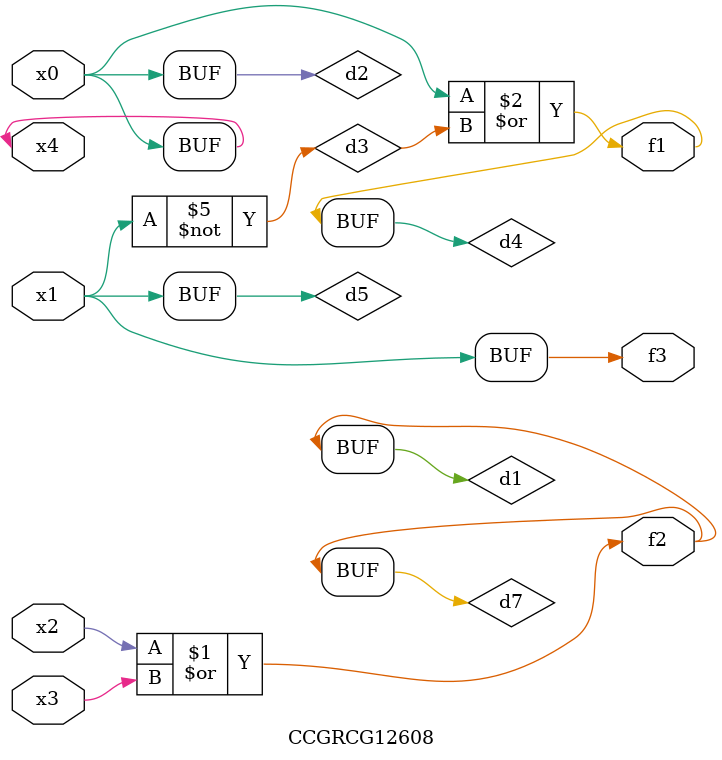
<source format=v>
module CCGRCG12608(
	input x0, x1, x2, x3, x4,
	output f1, f2, f3
);

	wire d1, d2, d3, d4, d5, d6, d7;

	or (d1, x2, x3);
	buf (d2, x0, x4);
	not (d3, x1);
	or (d4, d2, d3);
	not (d5, d3);
	nand (d6, d1, d3);
	or (d7, d1);
	assign f1 = d4;
	assign f2 = d7;
	assign f3 = d5;
endmodule

</source>
